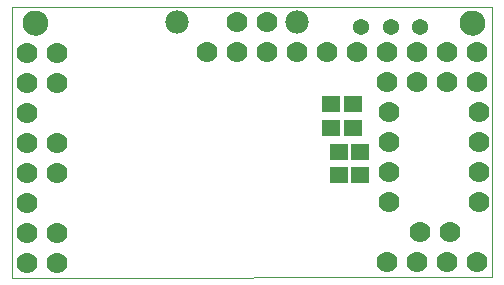
<source format=gts>
G75*
%MOIN*%
%OFA0B0*%
%FSLAX25Y25*%
%IPPOS*%
%LPD*%
%AMOC8*
5,1,8,0,0,1.08239X$1,22.5*
%
%ADD10C,0.00000*%
%ADD11C,0.08274*%
%ADD12C,0.07000*%
%ADD13C,0.05400*%
%ADD14C,0.07800*%
%ADD15R,0.06306X0.05518*%
D10*
X0005000Y0010770D02*
X0005000Y0101270D01*
X0165000Y0101270D01*
X0165000Y0011270D01*
X0005000Y0010770D01*
X0008858Y0095916D02*
X0008860Y0096041D01*
X0008866Y0096166D01*
X0008876Y0096290D01*
X0008890Y0096414D01*
X0008907Y0096538D01*
X0008929Y0096661D01*
X0008955Y0096783D01*
X0008984Y0096905D01*
X0009017Y0097025D01*
X0009055Y0097144D01*
X0009095Y0097263D01*
X0009140Y0097379D01*
X0009188Y0097494D01*
X0009240Y0097608D01*
X0009296Y0097720D01*
X0009355Y0097830D01*
X0009417Y0097938D01*
X0009483Y0098045D01*
X0009552Y0098149D01*
X0009625Y0098250D01*
X0009700Y0098350D01*
X0009779Y0098447D01*
X0009861Y0098541D01*
X0009946Y0098633D01*
X0010033Y0098722D01*
X0010124Y0098808D01*
X0010217Y0098891D01*
X0010313Y0098972D01*
X0010411Y0099049D01*
X0010511Y0099123D01*
X0010614Y0099194D01*
X0010719Y0099261D01*
X0010827Y0099326D01*
X0010936Y0099386D01*
X0011047Y0099444D01*
X0011160Y0099497D01*
X0011274Y0099547D01*
X0011390Y0099594D01*
X0011507Y0099636D01*
X0011626Y0099675D01*
X0011746Y0099711D01*
X0011867Y0099742D01*
X0011989Y0099770D01*
X0012111Y0099793D01*
X0012235Y0099813D01*
X0012359Y0099829D01*
X0012483Y0099841D01*
X0012608Y0099849D01*
X0012733Y0099853D01*
X0012857Y0099853D01*
X0012982Y0099849D01*
X0013107Y0099841D01*
X0013231Y0099829D01*
X0013355Y0099813D01*
X0013479Y0099793D01*
X0013601Y0099770D01*
X0013723Y0099742D01*
X0013844Y0099711D01*
X0013964Y0099675D01*
X0014083Y0099636D01*
X0014200Y0099594D01*
X0014316Y0099547D01*
X0014430Y0099497D01*
X0014543Y0099444D01*
X0014654Y0099386D01*
X0014764Y0099326D01*
X0014871Y0099261D01*
X0014976Y0099194D01*
X0015079Y0099123D01*
X0015179Y0099049D01*
X0015277Y0098972D01*
X0015373Y0098891D01*
X0015466Y0098808D01*
X0015557Y0098722D01*
X0015644Y0098633D01*
X0015729Y0098541D01*
X0015811Y0098447D01*
X0015890Y0098350D01*
X0015965Y0098250D01*
X0016038Y0098149D01*
X0016107Y0098045D01*
X0016173Y0097938D01*
X0016235Y0097830D01*
X0016294Y0097720D01*
X0016350Y0097608D01*
X0016402Y0097494D01*
X0016450Y0097379D01*
X0016495Y0097263D01*
X0016535Y0097144D01*
X0016573Y0097025D01*
X0016606Y0096905D01*
X0016635Y0096783D01*
X0016661Y0096661D01*
X0016683Y0096538D01*
X0016700Y0096414D01*
X0016714Y0096290D01*
X0016724Y0096166D01*
X0016730Y0096041D01*
X0016732Y0095916D01*
X0016730Y0095791D01*
X0016724Y0095666D01*
X0016714Y0095542D01*
X0016700Y0095418D01*
X0016683Y0095294D01*
X0016661Y0095171D01*
X0016635Y0095049D01*
X0016606Y0094927D01*
X0016573Y0094807D01*
X0016535Y0094688D01*
X0016495Y0094569D01*
X0016450Y0094453D01*
X0016402Y0094338D01*
X0016350Y0094224D01*
X0016294Y0094112D01*
X0016235Y0094002D01*
X0016173Y0093894D01*
X0016107Y0093787D01*
X0016038Y0093683D01*
X0015965Y0093582D01*
X0015890Y0093482D01*
X0015811Y0093385D01*
X0015729Y0093291D01*
X0015644Y0093199D01*
X0015557Y0093110D01*
X0015466Y0093024D01*
X0015373Y0092941D01*
X0015277Y0092860D01*
X0015179Y0092783D01*
X0015079Y0092709D01*
X0014976Y0092638D01*
X0014871Y0092571D01*
X0014763Y0092506D01*
X0014654Y0092446D01*
X0014543Y0092388D01*
X0014430Y0092335D01*
X0014316Y0092285D01*
X0014200Y0092238D01*
X0014083Y0092196D01*
X0013964Y0092157D01*
X0013844Y0092121D01*
X0013723Y0092090D01*
X0013601Y0092062D01*
X0013479Y0092039D01*
X0013355Y0092019D01*
X0013231Y0092003D01*
X0013107Y0091991D01*
X0012982Y0091983D01*
X0012857Y0091979D01*
X0012733Y0091979D01*
X0012608Y0091983D01*
X0012483Y0091991D01*
X0012359Y0092003D01*
X0012235Y0092019D01*
X0012111Y0092039D01*
X0011989Y0092062D01*
X0011867Y0092090D01*
X0011746Y0092121D01*
X0011626Y0092157D01*
X0011507Y0092196D01*
X0011390Y0092238D01*
X0011274Y0092285D01*
X0011160Y0092335D01*
X0011047Y0092388D01*
X0010936Y0092446D01*
X0010826Y0092506D01*
X0010719Y0092571D01*
X0010614Y0092638D01*
X0010511Y0092709D01*
X0010411Y0092783D01*
X0010313Y0092860D01*
X0010217Y0092941D01*
X0010124Y0093024D01*
X0010033Y0093110D01*
X0009946Y0093199D01*
X0009861Y0093291D01*
X0009779Y0093385D01*
X0009700Y0093482D01*
X0009625Y0093582D01*
X0009552Y0093683D01*
X0009483Y0093787D01*
X0009417Y0093894D01*
X0009355Y0094002D01*
X0009296Y0094112D01*
X0009240Y0094224D01*
X0009188Y0094338D01*
X0009140Y0094453D01*
X0009095Y0094569D01*
X0009055Y0094688D01*
X0009017Y0094807D01*
X0008984Y0094927D01*
X0008955Y0095049D01*
X0008929Y0095171D01*
X0008907Y0095294D01*
X0008890Y0095418D01*
X0008876Y0095542D01*
X0008866Y0095666D01*
X0008860Y0095791D01*
X0008858Y0095916D01*
X0154528Y0095916D02*
X0154530Y0096041D01*
X0154536Y0096166D01*
X0154546Y0096290D01*
X0154560Y0096414D01*
X0154577Y0096538D01*
X0154599Y0096661D01*
X0154625Y0096783D01*
X0154654Y0096905D01*
X0154687Y0097025D01*
X0154725Y0097144D01*
X0154765Y0097263D01*
X0154810Y0097379D01*
X0154858Y0097494D01*
X0154910Y0097608D01*
X0154966Y0097720D01*
X0155025Y0097830D01*
X0155087Y0097938D01*
X0155153Y0098045D01*
X0155222Y0098149D01*
X0155295Y0098250D01*
X0155370Y0098350D01*
X0155449Y0098447D01*
X0155531Y0098541D01*
X0155616Y0098633D01*
X0155703Y0098722D01*
X0155794Y0098808D01*
X0155887Y0098891D01*
X0155983Y0098972D01*
X0156081Y0099049D01*
X0156181Y0099123D01*
X0156284Y0099194D01*
X0156389Y0099261D01*
X0156497Y0099326D01*
X0156606Y0099386D01*
X0156717Y0099444D01*
X0156830Y0099497D01*
X0156944Y0099547D01*
X0157060Y0099594D01*
X0157177Y0099636D01*
X0157296Y0099675D01*
X0157416Y0099711D01*
X0157537Y0099742D01*
X0157659Y0099770D01*
X0157781Y0099793D01*
X0157905Y0099813D01*
X0158029Y0099829D01*
X0158153Y0099841D01*
X0158278Y0099849D01*
X0158403Y0099853D01*
X0158527Y0099853D01*
X0158652Y0099849D01*
X0158777Y0099841D01*
X0158901Y0099829D01*
X0159025Y0099813D01*
X0159149Y0099793D01*
X0159271Y0099770D01*
X0159393Y0099742D01*
X0159514Y0099711D01*
X0159634Y0099675D01*
X0159753Y0099636D01*
X0159870Y0099594D01*
X0159986Y0099547D01*
X0160100Y0099497D01*
X0160213Y0099444D01*
X0160324Y0099386D01*
X0160434Y0099326D01*
X0160541Y0099261D01*
X0160646Y0099194D01*
X0160749Y0099123D01*
X0160849Y0099049D01*
X0160947Y0098972D01*
X0161043Y0098891D01*
X0161136Y0098808D01*
X0161227Y0098722D01*
X0161314Y0098633D01*
X0161399Y0098541D01*
X0161481Y0098447D01*
X0161560Y0098350D01*
X0161635Y0098250D01*
X0161708Y0098149D01*
X0161777Y0098045D01*
X0161843Y0097938D01*
X0161905Y0097830D01*
X0161964Y0097720D01*
X0162020Y0097608D01*
X0162072Y0097494D01*
X0162120Y0097379D01*
X0162165Y0097263D01*
X0162205Y0097144D01*
X0162243Y0097025D01*
X0162276Y0096905D01*
X0162305Y0096783D01*
X0162331Y0096661D01*
X0162353Y0096538D01*
X0162370Y0096414D01*
X0162384Y0096290D01*
X0162394Y0096166D01*
X0162400Y0096041D01*
X0162402Y0095916D01*
X0162400Y0095791D01*
X0162394Y0095666D01*
X0162384Y0095542D01*
X0162370Y0095418D01*
X0162353Y0095294D01*
X0162331Y0095171D01*
X0162305Y0095049D01*
X0162276Y0094927D01*
X0162243Y0094807D01*
X0162205Y0094688D01*
X0162165Y0094569D01*
X0162120Y0094453D01*
X0162072Y0094338D01*
X0162020Y0094224D01*
X0161964Y0094112D01*
X0161905Y0094002D01*
X0161843Y0093894D01*
X0161777Y0093787D01*
X0161708Y0093683D01*
X0161635Y0093582D01*
X0161560Y0093482D01*
X0161481Y0093385D01*
X0161399Y0093291D01*
X0161314Y0093199D01*
X0161227Y0093110D01*
X0161136Y0093024D01*
X0161043Y0092941D01*
X0160947Y0092860D01*
X0160849Y0092783D01*
X0160749Y0092709D01*
X0160646Y0092638D01*
X0160541Y0092571D01*
X0160433Y0092506D01*
X0160324Y0092446D01*
X0160213Y0092388D01*
X0160100Y0092335D01*
X0159986Y0092285D01*
X0159870Y0092238D01*
X0159753Y0092196D01*
X0159634Y0092157D01*
X0159514Y0092121D01*
X0159393Y0092090D01*
X0159271Y0092062D01*
X0159149Y0092039D01*
X0159025Y0092019D01*
X0158901Y0092003D01*
X0158777Y0091991D01*
X0158652Y0091983D01*
X0158527Y0091979D01*
X0158403Y0091979D01*
X0158278Y0091983D01*
X0158153Y0091991D01*
X0158029Y0092003D01*
X0157905Y0092019D01*
X0157781Y0092039D01*
X0157659Y0092062D01*
X0157537Y0092090D01*
X0157416Y0092121D01*
X0157296Y0092157D01*
X0157177Y0092196D01*
X0157060Y0092238D01*
X0156944Y0092285D01*
X0156830Y0092335D01*
X0156717Y0092388D01*
X0156606Y0092446D01*
X0156496Y0092506D01*
X0156389Y0092571D01*
X0156284Y0092638D01*
X0156181Y0092709D01*
X0156081Y0092783D01*
X0155983Y0092860D01*
X0155887Y0092941D01*
X0155794Y0093024D01*
X0155703Y0093110D01*
X0155616Y0093199D01*
X0155531Y0093291D01*
X0155449Y0093385D01*
X0155370Y0093482D01*
X0155295Y0093582D01*
X0155222Y0093683D01*
X0155153Y0093787D01*
X0155087Y0093894D01*
X0155025Y0094002D01*
X0154966Y0094112D01*
X0154910Y0094224D01*
X0154858Y0094338D01*
X0154810Y0094453D01*
X0154765Y0094569D01*
X0154725Y0094688D01*
X0154687Y0094807D01*
X0154654Y0094927D01*
X0154625Y0095049D01*
X0154599Y0095171D01*
X0154577Y0095294D01*
X0154560Y0095418D01*
X0154546Y0095542D01*
X0154536Y0095666D01*
X0154530Y0095791D01*
X0154528Y0095916D01*
D11*
X0158465Y0095916D03*
X0012795Y0095916D03*
D12*
X0010000Y0085770D03*
X0020000Y0085770D03*
X0020000Y0075770D03*
X0010000Y0075770D03*
X0010000Y0065770D03*
X0010000Y0055770D03*
X0020000Y0055770D03*
X0020000Y0045770D03*
X0010000Y0045770D03*
X0010000Y0035770D03*
X0010000Y0025770D03*
X0020000Y0025770D03*
X0020000Y0015770D03*
X0010000Y0015770D03*
X0070000Y0086270D03*
X0080000Y0086270D03*
X0090000Y0086270D03*
X0100000Y0086270D03*
X0110000Y0086270D03*
X0120000Y0086270D03*
X0130000Y0086270D03*
X0140000Y0086270D03*
X0150000Y0086270D03*
X0160000Y0086270D03*
X0160000Y0076270D03*
X0150000Y0076270D03*
X0140000Y0076270D03*
X0130000Y0076270D03*
X0130500Y0066270D03*
X0130500Y0056270D03*
X0130500Y0046270D03*
X0130500Y0036270D03*
X0141000Y0026270D03*
X0151000Y0026270D03*
X0160500Y0036270D03*
X0160500Y0046270D03*
X0160500Y0056270D03*
X0160500Y0066270D03*
X0089843Y0096309D03*
X0079843Y0096309D03*
X0130000Y0016270D03*
X0140000Y0016270D03*
X0150000Y0016270D03*
X0160000Y0016270D03*
D13*
X0141024Y0094341D03*
X0131181Y0094341D03*
X0121339Y0094341D03*
D14*
X0099882Y0096270D03*
X0059882Y0096270D03*
D15*
X0111220Y0068750D03*
X0118701Y0068750D03*
X0118701Y0060876D03*
X0111220Y0060876D03*
X0113976Y0053002D03*
X0121063Y0053002D03*
X0121063Y0045128D03*
X0113976Y0045128D03*
M02*

</source>
